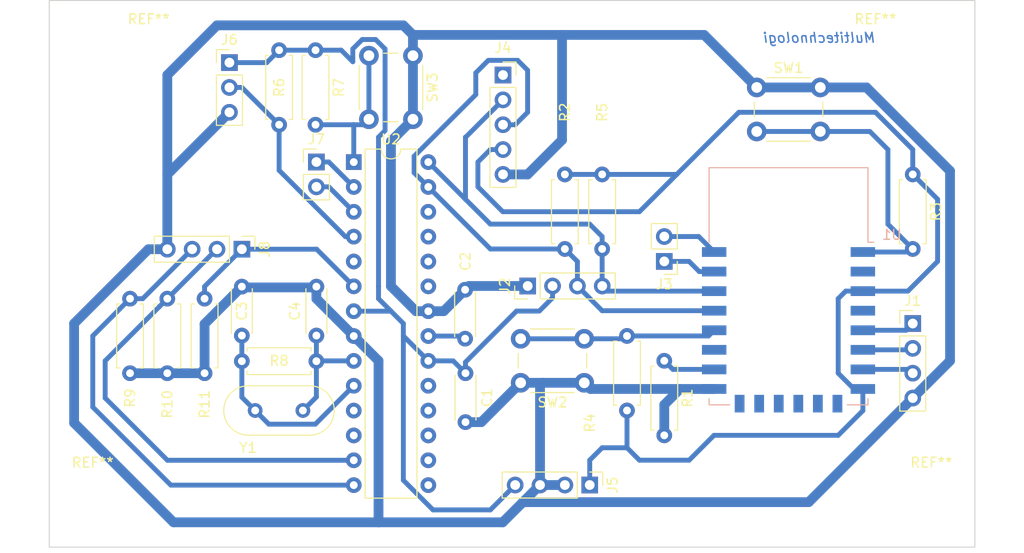
<source format=kicad_pcb>
(kicad_pcb (version 20211014) (generator pcbnew)
  (layers (0 "F.Cu" signal) (31 "B.Cu" signal) (34 "B.Paste" user) (35 "F.Paste" user) (36 "B.SilkS" user "B.Silkscreen") (37 "F.SilkS" user "F.Silkscreen") (38 "B.Mask" user) (39 "F.Mask" user) (44 "Edge.Cuts" user))
  (net 0 "")
  (net 1 "+5V")
  (net 2 "GND")
  (net 3 "Net-(C2-Pad1)")
  (net 4 "Net-(C3-Pad1)")
  (net 5 "Net-(C4-Pad1)")
  (net 6 "Net-(J1-Pad1)")
  (net 7 "Net-(J1-Pad2)")
  (net 8 "Net-(J1-Pad3)")
  (net 9 "Net-(J2-Pad3)")
  (net 10 "Net-(J2-Pad4)")
  (net 11 "Net-(J3-Pad1)")
  (net 12 "Net-(J3-Pad2)")
  (net 14 "+3.3V")
  (net 15 "Net-(J6-Pad2)")
  (net 16 "Net-(J7-Pad1)")
  (net 17 "Net-(J7-Pad2)")
  (net 18 "Net-(J8-Pad1)")
  (net 19 "Net-(J8-Pad2)")
  (net 20 "Net-(J8-Pad3)")
  (net 21 "Net-(R1-Pad1)")
  (net 22 "Net-(R3-Pad2)")
  (net 23 "Net-(R4-Pad2)")
  (net 24 "Net-(R7-Pad2)")
  (footprint "Connector_PinHeader_2.54mm:PinHeader_1x02_P2.54mm_Vertical" (layer "F.Cu") (at 81.915 45.72 180)
    (fp_text reference "J3" (at 0 -2.33 180) (layer "F.SilkS"))
    (fp_text value "Serial ESP")
    (pad "1" thru_hole rect (at 0 0 180) (size 1.7 1.7) (drill 1) (layers *.Cu *.Mask) (net 11 "Net-(J3-Pad1)"))
    (pad "2" thru_hole oval (at 0 2.54 180) (size 1.7 1.7) (drill 1) (layers *.Cu *.Mask) (net 12 "Net-(J3-Pad2)"))
  )
  (footprint "Button_Switch_THT:SW_PUSH_6mm" (layer "F.Cu") (at 73.735 58.13 180)
    (fp_text reference "SW2" (at 3.25 -2) (layer "F.SilkS"))
    (fp_text value "UART")
    (pad "1" thru_hole circle (at 0 0 270) (size 2 2) (drill 1.1) (layers *.Cu *.Mask) (net 2 "GND"))
    (pad "1" thru_hole circle (at 6.5 0 270) (size 2 2) (drill 1.1) (layers *.Cu *.Mask) (net 2 "GND"))
    (pad "2" thru_hole circle (at 6.5 4.5 270) (size 2 2) (drill 1.1) (layers *.Cu *.Mask) (net 23 "Net-(R4-Pad2)"))
    (pad "2" thru_hole circle (at 0 4.5 270) (size 2 2) (drill 1.1) (layers *.Cu *.Mask) (net 23 "Net-(R4-Pad2)"))
  )
  (footprint "Capacitor_THT:C_Disc_D4.3mm_W1.9mm_P5.00mm" (layer "F.Cu") (at 38.735 53.3 90)
    (fp_text reference "C3" (at 2.5 0 90) (layer "F.SilkS"))
    (fp_text value "22pf")
    (pad "1" thru_hole circle (at 0 0 90) (size 1.6 1.6) (drill 0.8) (layers *.Cu *.Mask) (net 4 "Net-(C3-Pad1)"))
    (pad "2" thru_hole circle (at 5 0 90) (size 1.6 1.6) (drill 0.8) (layers *.Cu *.Mask) (net 2 "GND"))
  )
  (footprint "Button_Switch_THT:SW_PUSH_6mm" (layer "F.Cu") (at 91.365 27.94)
    (fp_text reference "SW1" (at 3.25 -2) (layer "F.SilkS"))
    (fp_text value "Reset ESP")
    (pad "1" thru_hole circle (at 6.5 0 90) (size 2 2) (drill 1.1) (layers *.Cu *.Mask) (net 2 "GND"))
    (pad "1" thru_hole circle (at 0 0 90) (size 2 2) (drill 1.1) (layers *.Cu *.Mask) (net 2 "GND"))
    (pad "2" thru_hole circle (at 6.5 4.5 90) (size 2 2) (drill 1.1) (layers *.Cu *.Mask) (net 22 "Net-(R3-Pad2)"))
    (pad "2" thru_hole circle (at 0 4.5 90) (size 2 2) (drill 1.1) (layers *.Cu *.Mask) (net 22 "Net-(R3-Pad2)"))
  )
  (footprint "Connector_PinSocket_2.54mm:PinSocket_1x05_P2.54mm_Vertical" (layer "F.Cu") (at 65.43 26.67)
    (fp_text reference "J4" (at 0 -2.77) (layer "F.SilkS"))
    (fp_text value "RTC DS1307")
    (pad "1" thru_hole rect (at 0 0) (size 1.7 1.7) (drill 1) (layers *.Cu *.Mask))
    (pad "2" thru_hole oval (at 0 2.54) (size 1.7 1.7) (drill 1) (layers *.Cu *.Mask) (net 10 "Net-(J2-Pad4)"))
    (pad "3" thru_hole oval (at 0 5.08) (size 1.7 1.7) (drill 1) (layers *.Cu *.Mask) (net 9 "Net-(J2-Pad3)"))
    (pad "4" thru_hole oval (at 0 7.62) (size 1.7 1.7) (drill 1) (layers *.Cu *.Mask) (net 14 "+3.3V"))
    (pad "5" thru_hole oval (at 0 10.16) (size 1.7 1.7) (drill 1) (layers *.Cu *.Mask) (net 2 "GND"))
  )
  (footprint "Connector_PinHeader_2.54mm:PinHeader_1x04_P2.54mm_Vertical" (layer "F.Cu") (at 74.295 68.58 -90)
    (fp_text reference "J5" (at 0 -2.33 -90) (layer "F.SilkS"))
    (fp_text value "PWR")
    (pad "1" thru_hole rect (at 0 0 270) (size 1.7 1.7) (drill 1) (layers *.Cu *.Mask) (net 14 "+3.3V"))
    (pad "2" thru_hole oval (at 0 2.54 270) (size 1.7 1.7) (drill 1) (layers *.Cu *.Mask) (net 2 "GND"))
    (pad "3" thru_hole oval (at 0 5.08 270) (size 1.7 1.7) (drill 1) (layers *.Cu *.Mask) (net 2 "GND"))
    (pad "4" thru_hole oval (at 0 7.62 270) (size 1.7 1.7) (drill 1) (layers *.Cu *.Mask) (net 1 "+5V"))
  )
  (footprint "Resistor_THT:R_Axial_DIN0207_L6.3mm_D2.5mm_P7.62mm_Horizontal" (layer "F.Cu") (at 107.315 36.83 -90)
    (fp_text reference "R3" (at 3.81 -2.37 -270) (layer "F.SilkS"))
    (fp_text value "4,7k")
    (pad "1" thru_hole circle (at 0 0 270) (size 1.6 1.6) (drill 0.8) (layers *.Cu *.Mask) (net 14 "+3.3V"))
    (pad "2" thru_hole oval (at 7.62 0 270) (size 1.6 1.6) (drill 0.8) (layers *.Cu *.Mask) (net 22 "Net-(R3-Pad2)"))
  )
  (footprint "Resistor_THT:R_Axial_DIN0207_L6.3mm_D2.5mm_P7.62mm_Horizontal" (layer "F.Cu") (at 27.305 49.53 -90)
    (fp_text reference "R9" (at 10.16 0 90) (layer "F.SilkS"))
    (fp_text value "4.7k")
    (pad "1" thru_hole circle (at 0 0 270) (size 1.6 1.6) (drill 0.8) (layers *.Cu *.Mask) (net 20 "Net-(J8-Pad3)"))
    (pad "2" thru_hole oval (at 7.62 0 270) (size 1.6 1.6) (drill 0.8) (layers *.Cu *.Mask) (net 2 "GND"))
  )
  (footprint "Resistor_THT:R_Axial_DIN0207_L6.3mm_D2.5mm_P7.62mm_Horizontal" (layer "F.Cu") (at 31.115 49.53 -90)
    (fp_text reference "R10" (at 10.795 0 90) (layer "F.SilkS"))
    (fp_text value "4.7k")
    (pad "1" thru_hole circle (at 0 0 270) (size 1.6 1.6) (drill 0.8) (layers *.Cu *.Mask) (net 19 "Net-(J8-Pad2)"))
    (pad "2" thru_hole oval (at 7.62 0 270) (size 1.6 1.6) (drill 0.8) (layers *.Cu *.Mask) (net 2 "GND"))
  )
  (footprint "Crystal:Crystal_HC49-U_Vertical" (layer "F.Cu") (at 40.095 60.96)
    (fp_text reference "Y1" (at -0.725 3.81) (layer "F.SilkS"))
    (fp_text value "16MHz")
    (pad "1" thru_hole circle (at 0 0) (size 1.5 1.5) (drill 0.8) (layers *.Cu *.Mask) (net 4 "Net-(C3-Pad1)"))
    (pad "2" thru_hole circle (at 4.88 0) (size 1.5 1.5) (drill 0.8) (layers *.Cu *.Mask) (net 5 "Net-(C4-Pad1)"))
  )
  (footprint "Resistor_THT:R_Axial_DIN0207_L6.3mm_D2.5mm_P7.62mm_Horizontal" (layer "F.Cu") (at 34.925 49.53 -90)
    (fp_text reference "R11" (at 10.795 0 90) (layer "F.SilkS"))
    (fp_text value "4.7k")
    (pad "1" thru_hole circle (at 0 0 270) (size 1.6 1.6) (drill 0.8) (layers *.Cu *.Mask) (net 18 "Net-(J8-Pad1)"))
    (pad "2" thru_hole oval (at 7.62 0 270) (size 1.6 1.6) (drill 0.8) (layers *.Cu *.Mask) (net 2 "GND"))
  )
  (footprint "Connector_PinHeader_2.54mm:PinHeader_1x04_P2.54mm_Vertical" (layer "F.Cu") (at 107.315 52.07)
    (fp_text reference "J1" (at 0 -2.33) (layer "F.SilkS"))
    (fp_text value "Nav Pin")
    (pad "1" thru_hole rect (at 0 0) (size 1.7 1.7) (drill 1) (layers *.Cu *.Mask) (net 6 "Net-(J1-Pad1)"))
    (pad "2" thru_hole oval (at 0 2.54) (size 1.7 1.7) (drill 1) (layers *.Cu *.Mask) (net 7 "Net-(J1-Pad2)"))
    (pad "3" thru_hole oval (at 0 5.08) (size 1.7 1.7) (drill 1) (layers *.Cu *.Mask) (net 8 "Net-(J1-Pad3)"))
    (pad "4" thru_hole oval (at 0 7.62) (size 1.7 1.7) (drill 1) (layers *.Cu *.Mask) (net 2 "GND"))
  )
  (footprint "Resistor_THT:R_Axial_DIN0207_L6.3mm_D2.5mm_P7.62mm_Horizontal" (layer "F.Cu") (at 78.105 60.96 90)
    (fp_text reference "R4" (at -1.27 -3.81 90) (layer "F.SilkS"))
    (fp_text value "4,7k")
    (pad "1" thru_hole circle (at 0 0 90) (size 1.6 1.6) (drill 0.8) (layers *.Cu *.Mask) (net 14 "+3.3V"))
    (pad "2" thru_hole oval (at 7.62 0 90) (size 1.6 1.6) (drill 0.8) (layers *.Cu *.Mask) (net 23 "Net-(R4-Pad2)"))
  )
  (footprint "Connector_PinHeader_2.54mm:PinHeader_1x02_P2.54mm_Vertical" (layer "F.Cu") (at 46.355 35.56)
    (fp_text reference "J7" (at 0 -2.33) (layer "F.SilkS"))
    (fp_text value "Serial ATMega")
    (pad "1" thru_hole rect (at 0 0) (size 1.7 1.7) (drill 1) (layers *.Cu *.Mask) (net 16 "Net-(J7-Pad1)"))
    (pad "2" thru_hole oval (at 0 2.54) (size 1.7 1.7) (drill 1) (layers *.Cu *.Mask) (net 17 "Net-(J7-Pad2)"))
  )
  (footprint "Connector_PinHeader_2.54mm:PinHeader_1x04_P2.54mm_Vertical" (layer "F.Cu") (at 67.955 48.235 90)
    (fp_text reference "J2" (at 0 -2.33 90) (layer "F.SilkS"))
    (fp_text value "LCD I2C")
    (pad "1" thru_hole rect (at 0 0 90) (size 1.7 1.7) (drill 1) (layers *.Cu *.Mask) (net 2 "GND"))
    (pad "2" thru_hole oval (at 0 2.54 90) (size 1.7 1.7) (drill 1) (layers *.Cu *.Mask) (net 1 "+5V"))
    (pad "3" thru_hole oval (at 0 5.08 90) (size 1.7 1.7) (drill 1) (layers *.Cu *.Mask) (net 9 "Net-(J2-Pad3)"))
    (pad "4" thru_hole oval (at 0 7.62 90) (size 1.7 1.7) (drill 1) (layers *.Cu *.Mask) (net 10 "Net-(J2-Pad4)"))
  )
  (footprint "MountingHole:MountingHole_3.2mm_M3" (layer "F.Cu") (at 109.22 70.485)
    (fp_text reference "REF**" (at 0 -4.2) (layer "F.SilkS"))
    (fp_text value "MountingHole_3.2mm_M3")
    (pad "" np_thru_hole circle (at 0 0) (size 3.2 3.2) (drill 3.2) (layers *.Cu *.Mask))
  )
  (footprint "Resistor_THT:R_Axial_DIN0207_L6.3mm_D2.5mm_P7.62mm_Horizontal" (layer "F.Cu") (at 42.545 31.75 90)
    (fp_text reference "R6" (at 3.81 0 90) (layer "F.SilkS"))
    (fp_text value "4.7k")
    (pad "1" thru_hole circle (at 0 0 90) (size 1.6 1.6) (drill 0.8) (layers *.Cu *.Mask) (net 15 "Net-(J6-Pad2)"))
    (pad "2" thru_hole oval (at 7.62 0 90) (size 1.6 1.6) (drill 0.8) (layers *.Cu *.Mask) (net 1 "+5V"))
  )
  (footprint "Resistor_THT:R_Axial_DIN0207_L6.3mm_D2.5mm_P7.62mm_Horizontal" (layer "F.Cu") (at 81.915 55.88 -90)
    (fp_text reference "R1" (at 3.81 -2.37 90) (layer "F.SilkS"))
    (fp_text value "4,7k")
    (pad "1" thru_hole circle (at 0 0 270) (size 1.6 1.6) (drill 0.8) (layers *.Cu *.Mask) (net 21 "Net-(R1-Pad1)"))
    (pad "2" thru_hole oval (at 7.62 0 270) (size 1.6 1.6) (drill 0.8) (layers *.Cu *.Mask) (net 2 "GND"))
  )
  (footprint "MountingHole:MountingHole_3.2mm_M3" (layer "F.Cu") (at 23.495 70.485)
    (fp_text reference "REF**" (at 0 -4.2) (layer "F.SilkS"))
    (fp_text value "MountingHole_3.2mm_M3")
    (pad "" np_thru_hole circle (at 0 0) (size 3.2 3.2) (drill 3.2) (layers *.Cu *.Mask))
  )
  (footprint "Package_DIP:DIP-28_W7.62mm" (layer "F.Cu") (at 50.175 35.57)
    (fp_text reference "U2" (at 3.8 -2.33) (layer "F.SilkS"))
    (fp_text value "ATmega328-P")
    (pad "1" thru_hole rect (at 0 0) (size 1.6 1.6) (drill 0.8) (layers *.Cu *.Mask) (net 24 "Net-(R7-Pad2)"))
    (pad "2" thru_hole oval (at 0 2.54) (size 1.6 1.6) (drill 0.8) (layers *.Cu *.Mask) (net 16 "Net-(J7-Pad1)"))
    (pad "3" thru_hole oval (at 0 5.08) (size 1.6 1.6) (drill 0.8) (layers *.Cu *.Mask) (net 17 "Net-(J7-Pad2)"))
    (pad "4" thru_hole oval (at 0 7.62) (size 1.6 1.6) (drill 0.8) (layers *.Cu *.Mask) (net 15 "Net-(J6-Pad2)"))
    (pad "5" thru_hole oval (at 0 10.16) (size 1.6 1.6) (drill 0.8) (layers *.Cu *.Mask))
    (pad "6" thru_hole oval (at 0 12.7) (size 1.6 1.6) (drill 0.8) (layers *.Cu *.Mask) (net 18 "Net-(J8-Pad1)"))
    (pad "7" thru_hole oval (at 0 15.24) (size 1.6 1.6) (drill 0.8) (layers *.Cu *.Mask) (net 1 "+5V"))
    (pad "8" thru_hole oval (at 0 17.78) (size 1.6 1.6) (drill 0.8) (layers *.Cu *.Mask) (net 2 "GND"))
    (pad "9" thru_hole oval (at 0 20.32) (size 1.6 1.6) (drill 0.8) (layers *.Cu *.Mask) (net 5 "Net-(C4-Pad1)"))
    (pad "10" thru_hole oval (at 0 22.86) (size 1.6 1.6) (drill 0.8) (layers *.Cu *.Mask) (net 4 "Net-(C3-Pad1)"))
    (pad "11" thru_hole oval (at 0 25.4) (size 1.6 1.6) (drill 0.8) (layers *.Cu *.Mask))
    (pad "12" thru_hole oval (at 0 27.94) (size 1.6 1.6) (drill 0.8) (layers *.Cu *.Mask))
    (pad "13" thru_hole oval (at 0 30.48) (size 1.6 1.6) (drill 0.8) (layers *.Cu *.Mask) (net 19 "Net-(J8-Pad2)"))
    (pad "14" thru_hole oval (at 0 33.02) (size 1.6 1.6) (drill 0.8) (layers *.Cu *.Mask) (net 20 "Net-(J8-Pad3)"))
    (pad "15" thru_hole oval (at 7.62 33.02) (size 1.6 1.6) (drill 0.8) (layers *.Cu *.Mask))
    (pad "16" thru_hole oval (at 7.62 30.48) (size 1.6 1.6) (drill 0.8) (layers *.Cu *.Mask))
    (pad "17" thru_hole oval (at 7.62 27.94) (size 1.6 1.6) (drill 0.8) (layers *.Cu *.Mask))
    (pad "18" thru_hole oval (at 7.62 25.4) (size 1.6 1.6) (drill 0.8) (layers *.Cu *.Mask))
    (pad "19" thru_hole oval (at 7.62 22.86) (size 1.6 1.6) (drill 0.8) (layers *.Cu *.Mask))
    (pad "20" thru_hole oval (at 7.62 20.32) (size 1.6 1.6) (drill 0.8) (layers *.Cu *.Mask) (net 1 "+5V"))
    (pad "21" thru_hole oval (at 7.62 17.78) (size 1.6 1.6) (drill 0.8) (layers *.Cu *.Mask) (net 3 "Net-(C2-Pad1)"))
    (pad "22" thru_hole oval (at 7.62 15.24) (size 1.6 1.6) (drill 0.8) (layers *.Cu *.Mask) (net 2 "GND"))
    (pad "23" thru_hole oval (at 7.62 12.7) (size 1.6 1.6) (drill 0.8) (layers *.Cu *.Mask))
    (pad "24" thru_hole oval (at 7.62 10.16) (size 1.6 1.6) (drill 0.8) (layers *.Cu *.Mask))
    (pad "25" thru_hole oval (at 7.62 7.62) (size 1.6 1.6) (drill 0.8) (layers *.Cu *.Mask))
    (pad "26" thru_hole oval (at 7.62 5.08) (size 1.6 1.6) (drill 0.8) (layers *.Cu *.Mask))
    (pad "27" thru_hole oval (at 7.62 2.54) (size 1.6 1.6) (drill 0.8) (layers *.Cu *.Mask) (net 9 "Net-(J2-Pad3)"))
    (pad "28" thru_hole oval (at 7.62 0) (size 1.6 1.6) (drill 0.8) (layers *.Cu *.Mask) (net 10 "Net-(J2-Pad4)"))
  )
  (footprint "Button_Switch_THT:SW_PUSH_6mm" (layer "F.Cu") (at 56.225 24.69 -90)
    (fp_text reference "SW3" (at 3.25 -2 90) (layer "F.SilkS"))
    (fp_text value "Reset ATMega")
    (pad "1" thru_hole circle (at 6.5 0) (size 2 2) (drill 1.1) (layers *.Cu *.Mask) (net 2 "GND"))
    (pad "1" thru_hole circle (at 0 0) (size 2 2) (drill 1.1) (layers *.Cu *.Mask) (net 2 "GND"))
    (pad "2" thru_hole circle (at 0 4.5) (size 2 2) (drill 1.1) (layers *.Cu *.Mask) (net 24 "Net-(R7-Pad2)"))
    (pad "2" thru_hole circle (at 6.5 4.5) (size 2 2) (drill 1.1) (layers *.Cu *.Mask) (net 24 "Net-(R7-Pad2)"))
  )
  (footprint "MountingHole:MountingHole_3.2mm_M3" (layer "F.Cu") (at 23.495 23.495)
    (fp_text reference "REF**" (at 5.715 -2.54) (layer "F.SilkS"))
    (fp_text value "MountingHole_3.2mm_M3")
    (pad "" np_thru_hole circle (at 0 0) (size 3.2 3.2) (drill 3.2) (layers *.Cu *.Mask))
  )
  (footprint "Resistor_THT:R_Axial_DIN0207_L6.3mm_D2.5mm_P7.62mm_Horizontal" (layer "F.Cu") (at 71.755 36.83 -90)
    (fp_text reference "R2" (at -6.35 0 -270) (layer "F.SilkS"))
    (fp_text value "4,7k")
    (pad "1" thru_hole circle (at 0 0 270) (size 1.6 1.6) (drill 0.8) (layers *.Cu *.Mask) (net 14 "+3.3V"))
    (pad "2" thru_hole oval (at 7.62 0 270) (size 1.6 1.6) (drill 0.8) (layers *.Cu *.Mask) (net 9 "Net-(J2-Pad3)"))
  )
  (footprint "Capacitor_THT:C_Disc_D4.3mm_W1.9mm_P5.00mm" (layer "F.Cu") (at 61.555 53.62 90)
    (fp_text reference "C2" (at 7.9 0.04 90) (layer "F.SilkS"))
    (fp_text value "100nf")
    (pad "1" thru_hole circle (at 0 0 90) (size 1.6 1.6) (drill 0.8) (layers *.Cu *.Mask) (net 3 "Net-(C2-Pad1)"))
    (pad "2" thru_hole circle (at 5 0 90) (size 1.6 1.6) (drill 0.8) (layers *.Cu *.Mask) (net 2 "GND"))
  )
  (footprint "Resistor_THT:R_Axial_DIN0207_L6.3mm_D2.5mm_P7.62mm_Horizontal" (layer "F.Cu") (at 46.265286 24.13 -90)
    (fp_text reference "R7" (at 3.81 -2.37 90) (layer "F.SilkS"))
    (fp_text value "4.7k")
    (pad "1" thru_hole circle (at 0 0 270) (size 1.6 1.6) (drill 0.8) (layers *.Cu *.Mask) (net 1 "+5V"))
    (pad "2" thru_hole oval (at 7.62 0 270) (size 1.6 1.6) (drill 0.8) (layers *.Cu *.Mask) (net 24 "Net-(R7-Pad2)"))
  )
  (footprint "Resistor_THT:R_Axial_DIN0207_L6.3mm_D2.5mm_P7.62mm_Horizontal" (layer "F.Cu") (at 46.355 55.92 180)
    (fp_text reference "R8" (at 3.81 0.04) (layer "F.SilkS"))
    (fp_text value "1M")
    (pad "1" thru_hole circle (at 0 0 180) (size 1.6 1.6) (drill 0.8) (layers *.Cu *.Mask) (net 5 "Net-(C4-Pad1)"))
    (pad "2" thru_hole oval (at 7.62 0 180) (size 1.6 1.6) (drill 0.8) (layers *.Cu *.Mask) (net 4 "Net-(C3-Pad1)"))
  )
  (footprint "Connector_PinHeader_2.54mm:PinHeader_1x03_P2.54mm_Vertical" (layer "F.Cu") (at 37.465 25.4)
    (fp_text reference "J6" (at 0 -2.33) (layer "F.SilkS"))
    (fp_text value "Temp DS18B20")
    (pad "1" thru_hole rect (at 0 0) (size 1.7 1.7) (drill 1) (layers *.Cu *.Mask) (net 1 "+5V"))
    (pad "2" thru_hole oval (at 0 2.54) (size 1.7 1.7) (drill 1) (layers *.Cu *.Mask) (net 15 "Net-(J6-Pad2)"))
    (pad "3" thru_hole oval (at 0 5.08) (size 1.7 1.7) (drill 1) (layers *.Cu *.Mask) (net 2 "GND"))
  )
  (footprint "Resistor_THT:R_Axial_DIN0207_L6.3mm_D2.5mm_P7.62mm_Horizontal" (layer "F.Cu") (at 75.565 36.83 -90)
    (fp_text reference "R5" (at -6.35 0 -270) (layer "F.SilkS"))
    (fp_text value "4.7k")
    (pad "1" thru_hole circle (at 0 0 270) (size 1.6 1.6) (drill 0.8) (layers *.Cu *.Mask) (net 14 "+3.3V"))
    (pad "2" thru_hole oval (at 7.62 0 270) (size 1.6 1.6) (drill 0.8) (layers *.Cu *.Mask) (net 10 "Net-(J2-Pad4)"))
  )
  (footprint "Connector_PinHeader_2.54mm:PinHeader_1x04_P2.54mm_Vertical" (layer "F.Cu") (at 38.735 44.475 -90)
    (fp_text reference "J8" (at 0 -2.33 -90) (layer "F.SilkS"))
    (fp_text value "Relay Module")
    (pad "1" thru_hole rect (at 0 0 270) (size 1.7 1.7) (drill 1) (layers *.Cu *.Mask) (net 18 "Net-(J8-Pad1)"))
    (pad "2" thru_hole oval (at 0 2.54 270) (size 1.7 1.7) (drill 1) (layers *.Cu *.Mask) (net 19 "Net-(J8-Pad2)"))
    (pad "3" thru_hole oval (at 0 5.08 270) (size 1.7 1.7) (drill 1) (layers *.Cu *.Mask) (net 20 "Net-(J8-Pad3)"))
    (pad "4" thru_hole oval (at 0 7.62 270) (size 1.7 1.7) (drill 1) (layers *.Cu *.Mask) (net 2 "GND"))
  )
  (footprint "Capacitor_THT:C_Disc_D4.3mm_W1.9mm_P5.00mm" (layer "F.Cu") (at 61.595 57.15 -90)
    (fp_text reference "C1" (at 2.5 -2.2 90) (layer "F.SilkS"))
    (fp_text value "100nf")
    (pad "1" thru_hole circle (at 0 0 270) (size 1.6 1.6) (drill 0.8) (layers *.Cu *.Mask) (net 1 "+5V"))
    (pad "2" thru_hole circle (at 5 0 270) (size 1.6 1.6) (drill 0.8) (layers *.Cu *.Mask) (net 2 "GND"))
  )
  (footprint "Capacitor_THT:C_Disc_D4.3mm_W1.9mm_P5.00mm" (layer "F.Cu") (at 46.355 53.3 90)
    (fp_text reference "C4" (at 2.5 -2.2 90) (layer "F.SilkS"))
    (fp_text value "22pf")
    (pad "1" thru_hole circle (at 0 0 90) (size 1.6 1.6) (drill 0.8) (layers *.Cu *.Mask) (net 5 "Net-(C4-Pad1)"))
    (pad "2" thru_hole circle (at 5 0 90) (size 1.6 1.6) (drill 0.8) (layers *.Cu *.Mask) (net 2 "GND"))
  )
  (footprint "MountingHole:MountingHole_3.2mm_M3" (layer "F.Cu") (at 109.22 23.495)
    (fp_text reference "REF**" (at -5.715 -2.54) (layer "F.SilkS"))
    (fp_text value "MountingHole_3.2mm_M3")
    (pad "" np_thru_hole circle (at 0 0) (size 3.2 3.2) (drill 3.2) (layers *.Cu *.Mask))
  )
  (footprint "RF_Module:ESP-12E" (layer "B.Cu") (at 94.615 48.26 180)
    (fp_text reference "U1" (at -10.56 5.26) (layer "B.SilkS") (effects (justify mirror)))
    (fp_text value "ESP-12E")
    (pad "1" smd rect (at -7.6 3.5 180) (size 2.5 1) (layers "B.Cu" "B.Paste" "B.Mask") (net 22 "Net-(R3-Pad2)"))
    (pad "2" smd rect (at -7.6 1.5 180) (size 2.5 1) (layers "B.Cu" "B.Paste" "B.Mask"))
    (pad "3" smd rect (at -7.6 -0.5 180) (size 2.5 1) (layers "B.Cu" "B.Paste" "B.Mask") (net 14 "+3.3V"))
    (pad "4" smd rect (at -7.6 -2.5 180) (size 2.5 1) (layers "B.Cu" "B.Paste" "B.Mask"))
    (pad "5" smd rect (at -7.6 -4.5 180) (size 2.5 1) (layers "B.Cu" "B.Paste" "B.Mask") (net 6 "Net-(J1-Pad1)"))
    (pad "6" smd rect (at -7.6 -6.5 180) (size 2.5 1) (layers "B.Cu" "B.Paste" "B.Mask") (net 7 "Net-(J1-Pad2)"))
    (pad "7" smd rect (at -7.6 -8.5 180) (size 2.5 1) (layers "B.Cu" "B.Paste" "B.Mask") (net 8 "Net-(J1-Pad3)"))
    (pad "8" smd rect (at -7.6 -10.5 180) (size 2.5 1) (layers "B.Cu" "B.Paste" "B.Mask") (net 14 "+3.3V"))
    (pad "9" smd rect (at -5 -12 180) (size 1 1.8) (layers "B.Cu" "B.Paste" "B.Mask"))
    (pad "10" smd rect (at -3 -12 180) (size 1 1.8) (layers "B.Cu" "B.Paste" "B.Mask"))
    (pad "11" smd rect (at -1 -12 180) (size 1 1.8) (layers "B.Cu" "B.Paste" "B.Mask"))
    (pad "12" smd rect (at 1 -12 180) (size 1 1.8) (layers "B.Cu" "B.Paste" "B.Mask"))
    (pad "13" smd rect (at 3 -12 180) (size 1 1.8) (layers "B.Cu" "B.Paste" "B.Mask"))
    (pad "14" smd rect (at 5 -12 180) (size 1 1.8) (layers "B.Cu" "B.Paste" "B.Mask"))
    (pad "15" smd rect (at 7.6 -10.5 180) (size 2.5 1) (layers "B.Cu" "B.Paste" "B.Mask") (net 2 "GND"))
    (pad "16" smd rect (at 7.6 -8.5 180) (size 2.5 1) (layers "B.Cu" "B.Paste" "B.Mask") (net 21 "Net-(R1-Pad1)"))
    (pad "17" smd rect (at 7.6 -6.5 180) (size 2.5 1) (layers "B.Cu" "B.Paste" "B.Mask"))
    (pad "18" smd rect (at 7.6 -4.5 180) (size 2.5 1) (layers "B.Cu" "B.Paste" "B.Mask") (net 23 "Net-(R4-Pad2)"))
    (pad "19" smd rect (at 7.6 -2.5 180) (size 2.5 1) (layers "B.Cu" "B.Paste" "B.Mask") (net 9 "Net-(J2-Pad3)"))
    (pad "20" smd rect (at 7.6 -0.5 180) (size 2.5 1) (layers "B.Cu" "B.Paste" "B.Mask") (net 10 "Net-(J2-Pad4)"))
    (pad "21" smd rect (at 7.6 1.5 180) (size 2.5 1) (layers "B.Cu" "B.Paste" "B.Mask") (net 11 "Net-(J3-Pad1)"))
    (pad "22" smd rect (at 7.6 3.5 180) (size 2.5 1) (layers "B.Cu" "B.Paste" "B.Mask") (net 12 "Net-(J3-Pad2)"))
  )
  (gr_rect (start 19.05 19.05) (end 113.665 74.93) (layer "Edge.Cuts") (width 0.1) (fill none))
  (gr_text "Multitechnologi" (at 97.79 22.86) (layer "B.Cu") (effects (font (size 1 1) (thickness 0.15) italic) (justify mirror)))
  (segment (start 60.335 55.89) (end 61.595 57.15) (width 0.5) (layer "B.Cu") (net 1))
  (segment (start 66.675 68.58) (end 64.135 71.12) (width 0.5) (layer "B.Cu") (net 1))
  (segment (start 58.27439 71.12) (end 64.135 71.12) (width 0.5) (layer "B.Cu") (net 1))
  (segment (start 69.132081 50.8) (end 70.495 49.437081) (width 0.5) (layer "B.Cu") (net 1))
  (segment (start 55.245 68.09061) (end 58.27439 71.12) (width 0.5) (layer "B.Cu") (net 1))
  (segment (start 55.245 52.07) (end 53.985 50.81) (width 0.5) (layer "B.Cu") (net 1))
  (segment (start 41.275 25.4) (end 42.545 24.13) (width 0.5) (layer "B.Cu") (net 1))
  (segment (start 37.465 25.4) (end 41.275 25.4) (width 0.5) (layer "B.Cu") (net 1))
  (segment (start 52.705 49.53) (end 53.985 50.81) (width 0.5) (layer "B.Cu") (net 1))
  (segment (start 50.075 25.31) (end 50.075 24.006547) (width 0.5) (layer "B.Cu") (net 1))
  (segment (start 52.705 48.26) (end 52.715 48.27) (width 0.5) (layer "B.Cu") (net 1))
  (segment (start 50.075 24.006547) (end 51.041547 23.04) (width 0.5) (layer "B.Cu") (net 1))
  (segment (start 66.81363 50.8) (end 69.132081 50.8) (width 0.5) (layer "B.Cu") (net 1))
  (segment (start 61.595 56.01863) (end 66.81363 50.8) (width 0.5) (layer "B.Cu") (net 1))
  (segment (start 46.265286 24.13) (end 48.895 24.13) (width 0.5) (layer "B.Cu") (net 1))
  (segment (start 57.795 55.89) (end 60.335 55.89) (width 0.5) (layer "B.Cu") (net 1))
  (segment (start 52.408453 23.04) (end 53.375 24.006547) (width 0.5) (layer "B.Cu") (net 1))
  (segment (start 70.495 49.437081) (end 70.495 48.235) (width 0.5) (layer "B.Cu") (net 1))
  (segment (start 48.895 24.13) (end 50.075 25.31) (width 0.5) (layer "B.Cu") (net 1))
  (segment (start 52.705 48.28) (end 52.715 48.27) (width 0.5) (layer "B.Cu") (net 1))
  (segment (start 51.041547 23.04) (end 52.408453 23.04) (width 0.5) (layer "B.Cu") (net 1))
  (segment (start 57.795 55.89) (end 55.245 53.34) (width 0.5) (layer "B.Cu") (net 1))
  (segment (start 55.245 53.34) (end 55.245 68.09061) (width 0.5) (layer "B.Cu") (net 1))
  (segment (start 52.705 33.02) (end 52.705 48.26) (width 0.5) (layer "B.Cu") (net 1))
  (segment (start 61.595 57.15) (end 61.595 56.01863) (width 0.5) (layer "B.Cu") (net 1))
  (segment (start 55.245 53.34) (end 55.245 52.07) (width 0.5) (layer "B.Cu") (net 1))
  (segment (start 52.705 48.28) (end 52.705 49.53) (width 0.5) (layer "B.Cu") (net 1))
  (segment (start 53.985 50.81) (end 50.175 50.81) (width 0.5) (layer "B.Cu") (net 1))
  (segment (start 53.375 32.35) (end 52.705 33.02) (width 0.5) (layer "B.Cu") (net 1))
  (segment (start 42.545 24.13) (end 46.265286 24.13) (width 0.5) (layer "B.Cu") (net 1))
  (segment (start 53.375 24.006547) (end 53.375 32.35) (width 0.5) (layer "B.Cu") (net 1))
  (segment (start 63.215 62.15) (end 67.235 58.13) (width 1) (layer "B.Cu") (net 2))
  (segment (start 67.955 48.235) (end 61.94 48.235) (width 1) (layer "B.Cu") (net 2))
  (segment (start 31.115 36.83) (end 37.465 30.48) (width 1) (layer "B.Cu") (net 2))
  (segment (start 34.925 57.15) (end 34.925 52.11) (width 1) (layer "B.Cu") (net 2))
  (segment (start 46.355 49.53) (end 50.175 53.35) (width 1) (layer "B.Cu") (net 2))
  (segment (start 81.915 63.5) (end 81.915 60.37) (width 1) (layer "B.Cu") (net 2))
  (segment (start 57.795 50.81) (end 59.365 50.81) (width 1) (layer "B.Cu") (net 2))
  (segment (start 96.675 70.33) (end 67.465 70.33) (width 1) (layer "B.Cu") (net 2))
  (segment (start 36.195 21.59) (end 31.115 26.67) (width 1) (layer "B.Cu") (net 2))
  (segment (start 102.591346 27.94) (end 111.125 36.473654) (width 1) (layer "B.Cu") (net 2))
  (segment (start 55.245 21.59) (end 36.195 21.59) (width 1) (layer "B.Cu") (net 2))
  (segment (start 56.225 24.69) (end 56.225 22.57) (width 1) (layer "B.Cu") (net 2))
  (segment (start 74.365 58.76) (end 73.735 58.13) (width 1) (layer "B.Cu") (net 2))
  (segment (start 69.215 58.42) (end 69.505 58.13) (width 1) (layer "B.Cu") (net 2))
  (segment (start 87.015 58.76) (end 83.525 58.76) (width 1) (layer "B.Cu") (net 2))
  (segment (start 50.175 53.35) (end 52.705 55.88) (width 1) (layer "B.Cu") (net 2))
  (segment (start 31.75 72.39) (end 52.705 72.39) (width 1) (layer "B.Cu") (net 2))
  (segment (start 52.705 72.39) (end 65.405 72.39) (width 1) (layer "B.Cu") (net 2))
  (segment (start 56.225 24.69) (end 56.225 31.19) (width 1) (layer "B.Cu") (net 2))
  (segment (start 69.215 68.58) (end 69.215 58.42) (width 1) (layer "B.Cu") (net 2))
  (segment (start 21.59 52.07) (end 21.59 62.23) (width 1) (layer "B.Cu") (net 2))
  (segment (start 31.115 44.475) (end 29.185 44.475) (width 1) (layer "B.Cu") (net 2))
  (segment (start 73.735 58.13) (end 69.505 58.13) (width 1) (layer "B.Cu") (net 2))
  (segment (start 52.705 55.88) (end 52.705 72.39) (width 1) (layer "B.Cu") (net 2))
  (segment (start 31.115 44.475) (end 31.115 36.83) (width 1) (layer "B.Cu") (net 2))
  (segment (start 29.185 44.475) (end 21.59 52.07) (width 1) (layer "B.Cu") (net 2))
  (segment (start 21.59 62.23) (end 31.75 72.39) (width 1) (layer "B.Cu") (net 2))
  (segment (start 65.43 36.83) (end 67.945 36.83) (width 1) (layer "B.Cu") (net 2))
  (segment (start 97.865 27.94) (end 91.365 27.94) (width 1) (layer "B.Cu") (net 2))
  (segment (start 31.115 26.67) (end 31.115 36.83) (width 1) (layer "B.Cu") (net 2))
  (segment (start 53.975 33.44) (end 53.975 48.26) (width 1) (layer "B.Cu") (net 2))
  (segment (start 56.525 50.81) (end 57.795 50.81) (width 1) (layer "B.Cu") (net 2))
  (segment (start 61.94 48.235) (end 61.555 48.62) (width 1) (layer "B.Cu") (net 2))
  (segment (start 71.755 68.58) (end 69.215 68.58) (width 1) (layer "B.Cu") (net 2))
  (segment (start 65.405 72.39) (end 67.31 70.485) (width 1) (layer "B.Cu") (net 2))
  (segment (start 107.315 59.69) (end 96.675 70.33) (width 1) (layer "B.Cu") (net 2))
  (segment (start 111.125 55.88) (end 107.315 59.69) (width 1) (layer "B.Cu") (net 2))
  (segment (start 46.315 48.38) (end 46.355 48.34) (width 1) (layer "B.Cu") (net 2))
  (segment (start 67.945 36.83) (end 71.465 33.31) (width 1) (layer "B.Cu") (net 2))
  (segment (start 27.305 57.15) (end 31.115 57.15) (width 1) (layer "B.Cu") (net 2))
  (segment (start 53.975 48.26) (end 56.525 50.81) (width 1) (layer "B.Cu") (net 2))
  (segment (start 56.225 22.57) (end 55.245 21.59) (width 1) (layer "B.Cu") (net 2))
  (segment (start 85.995 22.57) (end 91.365 27.94) (width 1) (layer "B.Cu") (net 2))
  (segment (start 59.365 50.81) (end 61.555 48.62) (width 1) (layer "B.Cu") (net 2))
  (segment (start 71.465 33.31) (end 71.465 22.57) (width 1) (layer "B.Cu") (net 2))
  (segment (start 83.525 58.76) (end 74.365 58.76) (width 1) (layer "B.Cu") (net 2))
  (segment (start 61.595 62.15) (end 63.215 62.15) (width 1) (layer "B.Cu") (net 2))
  (segment (start 67.465 70.33) (end 67.31 70.485) (width 1) (layer "B.Cu") (net 2))
  (segment (start 38.735 48.38) (end 46.315 48.38) (width 1) (layer "B.Cu") (net 2))
  (segment (start 56.225 22.57) (end 71.465 22.57) (width 1) (layer "B.Cu") (net 2))
  (segment (start 71.465 22.57) (end 85.995 22.57) (width 1) (layer "B.Cu") (net 2))
  (segment (start 56.225 31.19) (end 53.975 33.44) (width 1) (layer "B.Cu") (net 2))
  (segment (start 81.915 60.37) (end 83.525 58.76) (width 1) (layer "B.Cu") (net 2))
  (segment (start 97.865 27.94) (end 102.591346 27.94) (width 1) (layer "B.Cu") (net 2))
  (segment (start 34.925 52.11) (end 38.735 48.3) (width 1) (layer "B.Cu") (net 2))
  (segment (start 67.31 70.485) (end 69.215 68.58) (width 1) (layer "B.Cu") (net 2))
  (segment (start 111.125 36.473654) (end 111.125 55.88) (width 1) (layer "B.Cu") (net 2))
  (segment (start 69.505 58.13) (end 67.235 58.13) (width 1) (layer "B.Cu") (net 2))
  (segment (start 31.115 57.15) (end 34.925 57.15) (width 1) (layer "B.Cu") (net 2))
  (segment (start 46.355 48.34) (end 46.355 49.53) (width 1) (layer "B.Cu") (net 2))
  (segment (start 57.795 53.35) (end 61.285 53.35) (width 0.5) (layer "B.Cu") (net 3))
  (segment (start 61.285 53.35) (end 61.555 53.62) (width 0.5) (layer "B.Cu") (net 3))
  (segment (start 46.245 62.36) (end 41.495 62.36) (width 0.5) (layer "B.Cu") (net 4))
  (segment (start 50.175 58.43) (end 46.245 62.36) (width 0.5) (layer "B.Cu") (net 4))
  (segment (start 38.735 59.6) (end 40.095 60.96) (width 0.5) (layer "B.Cu") (net 4))
  (segment (start 38.735 53.38) (end 38.735 55.92) (width 0.5) (layer "B.Cu") (net 4))
  (segment (start 41.495 62.36) (end 40.095 60.96) (width 0.5) (layer "B.Cu") (net 4))
  (segment (start 38.735 55.92) (end 38.735 59.6) (width 0.5) (layer "B.Cu") (net 4))
  (segment (start 46.355 59.58) (end 46.355 55.92) (width 0.5) (layer "B.Cu") (net 5))
  (segment (start 44.975 60.96) (end 46.355 59.58) (width 0.5) (layer "B.Cu") (net 5))
  (segment (start 46.355 53.34) (end 46.355 55.92) (width 0.5) (layer "B.Cu") (net 5))
  (segment (start 46.385 55.89) (end 46.355 55.92) (width 0.5) (layer "B.Cu") (net 5))
  (segment (start 50.175 55.89) (end 46.385 55.89) (width 0.5) (layer "B.Cu") (net 5))
  (segment (start 106.625 52.76) (end 107.315 52.07) (width 0.5) (layer "B.Cu") (net 6))
  (segment (start 102.215 52.76) (end 106.625 52.76) (width 0.5) (layer "B.Cu") (net 6))
  (segment (start 107.165 54.76) (end 107.315 54.61) (width 0.5) (layer "B.Cu") (net 7))
  (segment (start 102.215 54.76) (end 107.165 54.76) (width 0.5) (layer "B.Cu") (net 7))
  (segment (start 106.925 56.76) (end 107.315 57.15) (width 0.5) (layer "B.Cu") (net 8))
  (segment (start 102.215 56.76) (end 106.925 56.76) (width 0.5) (layer "B.Cu") (net 8))
  (segment (start 62.6475 26.4525) (end 63.93 25.17) (width 0.5) (layer "B.Cu") (net 9))
  (segment (start 64.135 44.45) (end 57.795 38.11) (width 0.5) (layer "B.Cu") (net 9))
  (segment (start 56.345 34.96939) (end 62.6475 28.66689) (width 0.5) (layer "B.Cu") (net 9))
  (segment (start 57.795 38.11) (end 56.345 36.66) (width 0.5) (layer "B.Cu") (net 9))
  (segment (start 73.035 48.235) (end 73.035 45.73) (width 0.5) (layer "B.Cu") (net 9))
  (segment (start 56.345 36.66) (end 56.345 34.96939) (width 0.5) (layer "B.Cu") (net 9))
  (segment (start 63.93 25.17) (end 66.93 25.17) (width 0.5) (layer "B.Cu") (net 9))
  (segment (start 67.945 30.48) (end 66.675 31.75) (width 0.5) (layer "B.Cu") (net 9))
  (segment (start 75.56 50.76) (end 73.035 48.235) (width 0.5) (layer "B.Cu") (net 9))
  (segment (start 87.015 50.76) (end 75.56 50.76) (width 0.5) (layer "B.Cu") (net 9))
  (segment (start 66.93 25.17) (end 67.945 26.185) (width 0.5) (layer "B.Cu") (net 9))
  (segment (start 73.035 45.73) (end 71.755 44.45) (width 0.5) (layer "B.Cu") (net 9))
  (segment (start 67.945 26.185) (end 67.945 30.48) (width 0.5) (layer "B.Cu") (net 9))
  (segment (start 71.755 44.45) (end 64.135 44.45) (width 0.5) (layer "B.Cu") (net 9))
  (segment (start 66.675 31.75) (end 65.43 31.75) (width 0.5) (layer "B.Cu") (net 9))
  (segment (start 62.6475 28.66689) (end 62.6475 26.4525) (width 0.5) (layer "B.Cu") (net 9))
  (segment (start 61.595 39.37) (end 64.135 41.91) (width 0.5) (layer "B.Cu") (net 10))
  (segment (start 64.135 41.91) (end 74.295 41.91) (width 0.5) (layer "B.Cu") (net 10))
  (segment (start 65.43 29.21) (end 61.62 33.02) (width 0.5) (layer "B.Cu") (net 10))
  (segment (start 61.595 33.02) (end 61.595 39.37) (width 0.5) (layer "B.Cu") (net 10))
  (segment (start 74.295 41.91) (end 75.565 43.18) (width 0.5) (layer "B.Cu") (net 10))
  (segment (start 75.565 48.225) (end 75.575 48.235) (width 0.5) (layer "B.Cu") (net 10))
  (segment (start 75.565 44.45) (end 75.565 48.225) (width 0.5) (layer "B.Cu") (net 10))
  (segment (start 57.795 35.57) (end 61.595 39.37) (width 0.5) (layer "B.Cu") (net 10))
  (segment (start 76.1 48.76) (end 75.575 48.235) (width 0.5) (layer "B.Cu") (net 10))
  (segment (start 75.565 43.18) (end 75.565 44.45) (width 0.5) (layer "B.Cu") (net 10))
  (segment (start 61.62 33.02) (end 61.595 33.02) (width 0.5) (layer "B.Cu") (net 10))
  (segment (start 87.015 48.76) (end 76.1 48.76) (width 0.5) (layer "B.Cu") (net 10))
  (segment (start 87.015 46.76) (end 85.495 46.76) (width 0.5) (layer "B.Cu") (net 11))
  (segment (start 84.455 45.72) (end 81.915 45.72) (width 0.5) (layer "B.Cu") (net 11))
  (segment (start 85.495 46.76) (end 84.455 45.72) (width 0.5) (layer "B.Cu") (net 11))
  (segment (start 85.435 43.18) (end 81.915 43.18) (width 0.5) (layer "B.Cu") (net 12))
  (segment (start 87.015 44.76) (end 85.435 43.18) (width 0.5) (layer "B.Cu") (net 12))
  (segment (start 89.535 30.48) (end 103.505 30.48) (width 0.5) (layer "B.Cu") (net 14))
  (segment (start 62.865 35.56) (end 62.865 38.1) (width 0.5) (layer "B.Cu") (net 14))
  (segment (start 74.295 68.58) (end 74.295 66.04) (width 0.5) (layer "B.Cu") (net 14))
  (segment (start 101.305 58.76) (end 102.215 58.76) (width 0.5) (layer "B.Cu") (net 14))
  (segment (start 109.855 45.72) (end 109.855 39.37) (width 0.5) (layer "B.Cu") (net 14))
  (segment (start 99.695 63.5) (end 102.215 60.98) (width 0.5) (layer "B.Cu") (net 14))
  (segment (start 100.465 48.76) (end 99.695 49.53) (width 0.5) (layer "B.Cu") (net 14))
  (segment (start 65.405 40.64) (end 79.375 40.64) (width 0.5) (layer "B.Cu") (net 14))
  (segment (start 84.455 66.04) (end 86.995 63.5) (width 0.5) (layer "B.Cu") (net 14))
  (segment (start 102.215 48.76) (end 100.465 48.76) (width 0.5) (layer "B.Cu") (net 14))
  (segment (start 71.755 36.83) (end 75.565 36.83) (width 0.5) (layer "B.Cu") (net 14))
  (segment (start 106.815 48.76) (end 109.855 45.72) (width 0.5) (layer "B.Cu") (net 14))
  (segment (start 102.215 60.98) (end 102.215 58.76) (width 0.5) (layer "B.Cu") (net 14))
  (segment (start 102.215 48.76) (end 106.815 48.76) (width 0.5) (layer "B.Cu") (net 14))
  (segment (start 83.185 36.83) (end 89.535 30.48) (width 0.5) (layer "B.Cu") (net 14))
  (segment (start 62.865 38.1) (end 65.405 40.64) (width 0.5) (layer "B.Cu") (net 14))
  (segment (start 78.105 60.96) (end 78.105 64.77) (width 0.5) (layer "B.Cu") (net 14))
  (segment (start 74.295 66.04) (end 75.565 64.77) (width 0.5) (layer "B.Cu") (net 14))
  (segment (start 75.565 64.77) (end 78.105 64.77) (width 0.5) (layer "B.Cu") (net 14))
  (segment (start 75.565 36.83) (end 83.185 36.83) (width 0.5) (layer "B.Cu") (net 14))
  (segment (start 79.375 66.04) (end 78.105 64.77) (width 0.5) (layer "B.Cu") (net 14))
  (segment (start 99.695 57.15) (end 101.305 58.76) (width 0.5) (layer "B.Cu") (net 14))
  (segment (start 107.315 34.29) (end 107.315 36.83) (width 0.5) (layer "B.Cu") (net 14))
  (segment (start 64.135 34.29) (end 62.865 35.56) (width 0.5) (layer "B.Cu") (net 14))
  (segment (start 86.995 63.5) (end 99.695 63.5) (width 0.5) (layer "B.Cu") (net 14))
  (segment (start 79.375 40.64) (end 83.185 36.83) (width 0.5) (layer "B.Cu") (net 14))
  (segment (start 103.505 30.48) (end 107.315 34.29) (width 0.5) (layer "B.Cu") (net 14))
  (segment (start 65.43 34.29) (end 64.135 34.29) (width 0.5) (layer "B.Cu") (net 14))
  (segment (start 109.855 39.37) (end 107.315 36.83) (width 0.5) (layer "B.Cu") (net 14))
  (segment (start 99.695 49.53) (end 99.695 57.15) (width 0.5) (layer "B.Cu") (net 14))
  (segment (start 84.455 66.04) (end 79.375 66.04) (width 0.5) (layer "B.Cu") (net 14))
  (segment (start 42.545 31.75) (end 42.545 36.411321) (width 0.5) (layer "B.Cu") (net 15))
  (segment (start 38.735 27.94) (end 42.545 31.75) (width 0.5) (layer "B.Cu") (net 15))
  (segment (start 49.323679 43.19) (end 50.175 43.19) (width 0.5) (layer "B.Cu") (net 15))
  (segment (start 37.465 27.94) (end 38.735 27.94) (width 0.5) (layer "B.Cu") (net 15))
  (segment (start 42.545 36.411321) (end 49.323679 43.19) (width 0.5) (layer "B.Cu") (net 15))
  (segment (start 47.625 35.56) (end 50.175 38.11) (width 0.5) (layer "B.Cu") (net 16))
  (segment (start 46.355 35.56) (end 47.625 35.56) (width 0.5) (layer "B.Cu") (net 16))
  (segment (start 47.625 38.1) (end 50.175 40.65) (width 0.5) (layer "B.Cu") (net 17))
  (segment (start 46.355 38.1) (end 47.625 38.1) (width 0.5) (layer "B.Cu") (net 17))
  (segment (start 34.925 48.285) (end 38.735 44.475) (width 0.5) (layer "B.Cu") (net 18))
  (segment (start 46.38 44.475) (end 50.175 48.27) (width 0.5) (layer "B.Cu") (net 18))
  (segment (start 38.735 44.475) (end 46.38 44.475) (width 0.5) (layer "B.Cu") (net 18))
  (segment (start 34.925 49.53) (end 34.925 48.285) (width 0.5) (layer "B.Cu") (net 18))
  (segment (start 31.115 49.53) (end 30.315001 50.329999) (width 0.5) (layer "B.Cu") (net 19))
  (segment (start 30.315001 50.329999) (end 30.315001 50.332085) (width 0.5) (layer "B.Cu") (net 19))
  (segment (start 31.125 66.05) (end 50.175 66.05) (width 0.5) (layer "B.Cu") (net 19))
  (segment (start 24.765 59.69) (end 31.125 66.05) (width 0.5) (layer "B.Cu") (net 19))
  (segment (start 30.315001 50.332085) (end 24.765 55.882086) (width 0.5) (layer "B.Cu") (net 19))
  (segment (start 31.115 49.53) (end 36.17 44.475) (width 0.5) (layer "B.Cu") (net 19))
  (segment (start 24.765 55.882086) (end 24.765 59.69) (width 0.5) (layer "B.Cu") (net 19))
  (segment (start 36.17 44.475) (end 36.195 44.475) (width 0.5) (layer "B.Cu") (net 19))
  (segment (start 31.48064 68.59) (end 50.175 68.59) (width 0.5) (layer "B.Cu") (net 20))
  (segment (start 27.305 49.53) (end 23.495 53.34) (width 0.5) (layer "B.Cu") (net 20))
  (segment (start 33.655 44.475) (end 28.6 49.53) (width 0.5) (layer "B.Cu") (net 20))
  (segment (start 28.6 49.53) (end 27.305 49.53) (width 0.5) (layer "B.Cu") (net 20))
  (segment (start 23.495 53.34) (end 23.495 60.60436) (width 0.5) (layer "B.Cu") (net 20))
  (segment (start 23.495 60.60436) (end 31.48064 68.59) (width 0.5) (layer "B.Cu") (net 20))
  (segment (start 87.015 56.76) (end 82.795 56.76) (width 0.5) (layer "B.Cu") (net 21))
  (segment (start 82.795 56.76) (end 81.915 55.88) (width 0.5) (layer "B.Cu") (net 21))
  (segment (start 107.005 44.76) (end 107.315 44.45) (width 0.5) (layer "B.Cu") (net 22))
  (segment (start 91.365 32.44) (end 97.865 32.44) (width 0.5) (layer "B.Cu") (net 22))
  (segment (start 107.315 44.45) (end 104.775 41.91) (width 0.5) (layer "B.Cu") (net 22))
  (segment (start 104.775 34.29) (end 102.925 32.44) (width 0.5) (layer "B.Cu") (net 22))
  (segment (start 102.215 44.76) (end 107.005 44.76) (width 0.5) (layer "B.Cu") (net 22))
  (segment (start 104.775 41.91) (end 104.775 34.29) (width 0.5) (layer "B.Cu") (net 22))
  (segment (start 102.925 32.44) (end 97.865 32.44) (width 0.5) (layer "B.Cu") (net 22))
  (segment (start 73.735 53.63) (end 67.235 53.63) (width 0.5) (layer "B.Cu") (net 23))
  (segment (start 78.105 53.34) (end 86.435 53.34) (width 0.5) (layer "B.Cu") (net 23))
  (segment (start 86.435 53.34) (end 87.015 52.76) (width 0.5) (layer "B.Cu") (net 23))
  (segment (start 73.735 53.63) (end 77.815 53.63) (width 0.5) (layer "B.Cu") (net 23))
  (segment (start 77.815 53.63) (end 78.105 53.34) (width 0.5) (layer "B.Cu") (net 23))
  (segment (start 50.175 35.57) (end 50.175 31.76) (width 0.5) (layer "B.Cu") (net 24))
  (segment (start 50.175 31.76) (end 50.165 31.75) (width 0.5) (layer "B.Cu") (net 24))
  (segment (start 51.165 31.75) (end 51.725 31.19) (width 0.5) (layer "B.Cu") (net 24))
  (segment (start 46.265286 31.75) (end 50.165 31.75) (width 0.5) (layer "B.Cu") (net 24))
  (segment (start 51.725 24.69) (end 51.725 31.19) (width 0.5) (layer "B.Cu") (net 24))
  (segment (start 50.165 31.75) (end 51.165 31.75) (width 0.5) (layer "B.Cu") (net 24))
)
</source>
